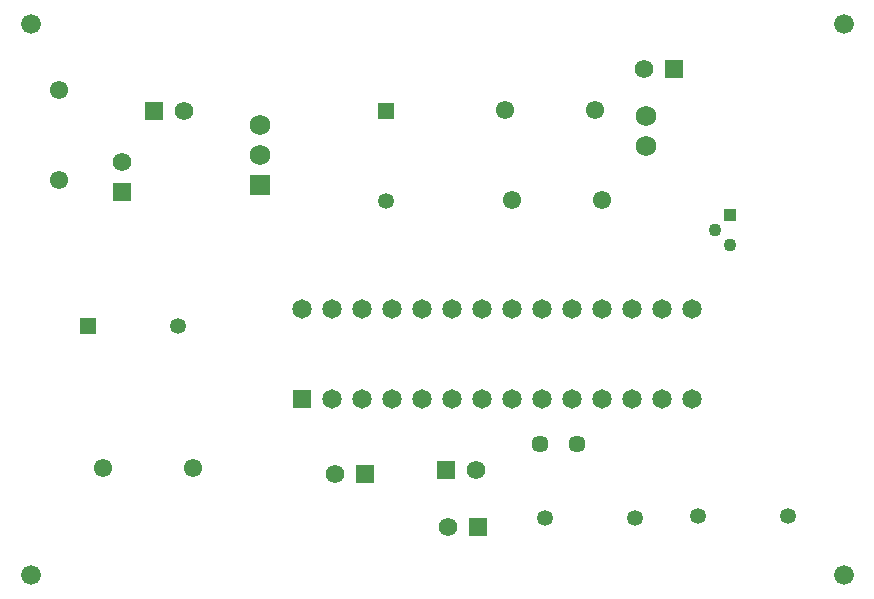
<source format=gbs>
%TF.GenerationSoftware,Altium Limited,Altium Designer,23.3.1 (30)*%
G04 Layer_Color=16711935*
%FSLAX25Y25*%
%MOIN*%
%TF.SameCoordinates,3F8D0E0F-F656-4E3B-87BE-8AFF8012C70A*%
%TF.FilePolarity,Negative*%
%TF.FileFunction,Soldermask,Bot*%
%TF.Part,Single*%
G01*
G75*
%TA.AperFunction,ComponentPad*%
%ADD13C,0.06181*%
%ADD14R,0.06181X0.06181*%
%ADD19R,0.06181X0.06181*%
%ADD20C,0.04331*%
%ADD21R,0.04331X0.04331*%
%TA.AperFunction,ViaPad*%
%ADD26C,0.06591*%
%TA.AperFunction,ComponentPad*%
%ADD27C,0.05709*%
%ADD28C,0.05315*%
%ADD29R,0.05315X0.05315*%
%ADD30C,0.06102*%
%ADD31R,0.05315X0.05315*%
%ADD32C,0.06890*%
%ADD33R,0.06496X0.06496*%
%ADD34C,0.06496*%
%ADD35R,0.06890X0.06890*%
D13*
X293000Y290500D02*
D03*
X302500Y309500D02*
D03*
X255500Y308000D02*
D03*
X205000Y429000D02*
D03*
X184500Y412000D02*
D03*
X358500Y443000D02*
D03*
D14*
X303000Y290500D02*
D03*
X292500Y309500D02*
D03*
X265500Y308000D02*
D03*
X195000Y429000D02*
D03*
X368500Y443000D02*
D03*
D19*
X184500Y402000D02*
D03*
D20*
X382000Y389500D02*
D03*
X387000Y384500D02*
D03*
D21*
Y394500D02*
D03*
D26*
X154000Y274500D02*
D03*
Y458000D02*
D03*
X425000Y274500D02*
D03*
Y458000D02*
D03*
D27*
X323898Y318000D02*
D03*
X336102D02*
D03*
D28*
X355500Y293500D02*
D03*
X325500D02*
D03*
X272500Y399000D02*
D03*
X203000Y357500D02*
D03*
X376500Y294000D02*
D03*
X406500D02*
D03*
D29*
X272500Y429000D02*
D03*
D30*
X163500Y406000D02*
D03*
Y436000D02*
D03*
X342000Y429500D02*
D03*
X312000D02*
D03*
X314500Y399500D02*
D03*
X344500D02*
D03*
X208000Y310000D02*
D03*
X178000D02*
D03*
D31*
X173000Y357500D02*
D03*
D32*
X359000Y427500D02*
D03*
Y417500D02*
D03*
X230500Y414500D02*
D03*
Y424500D02*
D03*
D33*
X244500Y333000D02*
D03*
D34*
X254500D02*
D03*
X264500D02*
D03*
X274500D02*
D03*
X284500D02*
D03*
X294500D02*
D03*
X304500D02*
D03*
X314500D02*
D03*
X324500D02*
D03*
X334500D02*
D03*
X344500D02*
D03*
X354500D02*
D03*
X364500D02*
D03*
X374500D02*
D03*
X244500Y363000D02*
D03*
X254500D02*
D03*
X264500D02*
D03*
X274500D02*
D03*
X284500D02*
D03*
X294500D02*
D03*
X304500D02*
D03*
X314500D02*
D03*
X324500D02*
D03*
X334500D02*
D03*
X344500D02*
D03*
X354500D02*
D03*
X364500D02*
D03*
X374500D02*
D03*
D35*
X230500Y404500D02*
D03*
%TF.MD5,635876e50c6ff017e97a396c2340fe55*%
M02*

</source>
